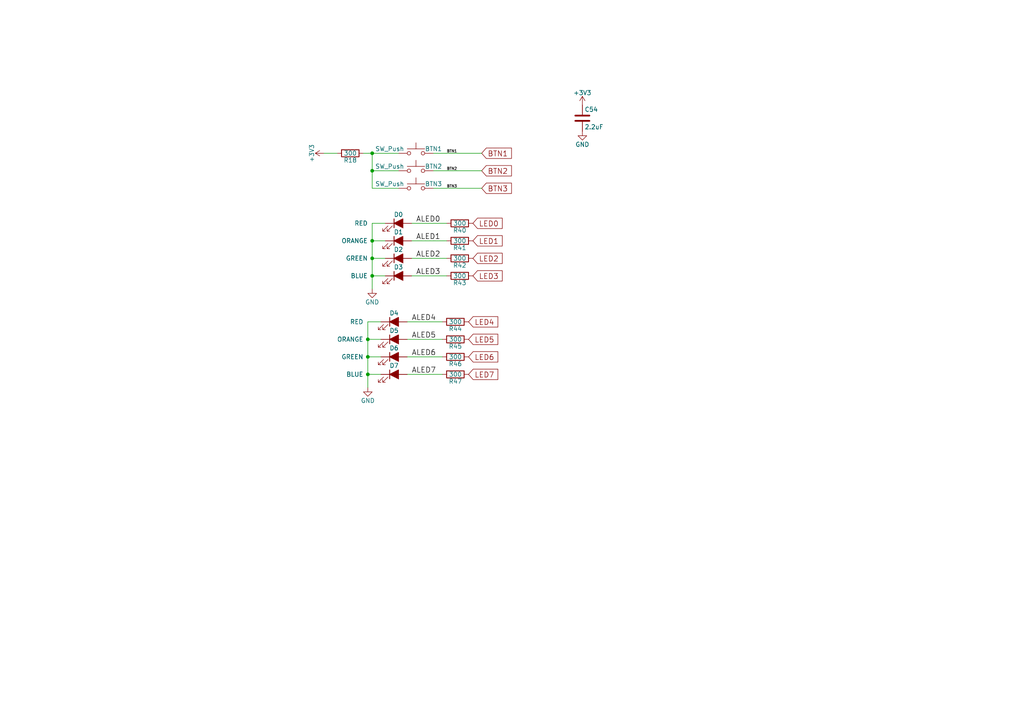
<source format=kicad_sch>
(kicad_sch (version 20231120) (generator "eeschema") (generator_version "8.0")
  (paper "A4")
  (title_block (title "${project_name}") (date "2025-04-05") (rev "${project_version}") (company "${project_creator}") (comment 1 "${project_license}") (comment 2 "License: CERN-OHL-S v2"))
  (lib_symbols
    (symbol "Device:C" (pin_numbers hide) (pin_names (offset 0.254))
      (property "Reference" "C" (at 0.635 2.54 0))
      (property "Value" "C" (at 0.635 -2.54 0))
      (symbol "C_0_1"
        (polyline (pts (xy -2.032 -0.762) (xy 2.032 -0.762)) (stroke (width 0.508)))
        (polyline (pts (xy -2.032 0.762) (xy 2.032 0.762)) (stroke (width 0.508)))
      )
      (symbol "C_1_1"
        (pin passive line (at 0 3.81 270) (length 2.794) (name "~") (number "1"))
        (pin passive line (at 0 -3.81 90) (length 2.794) (name "~") (number "2"))
      )
    )
    (symbol "Device:R" (pin_numbers hide) (pin_names (offset 0))
      (property "Reference" "R" (at 2.032 0 90))
      (property "Value" "R" (at 0 0 90))
      (symbol "R_0_1"
        (rectangle (start -1.016 -2.54) (end 1.016 2.54) (stroke (width 0.254)))
      )
      (symbol "R_1_1"
        (pin passive line (at 0 3.81 270) (length 1.27) (name "~") (number "1"))
        (pin passive line (at 0 -3.81 90) (length 1.27) (name "~") (number "2"))
      )
    )
    (symbol "Switch:SW_Push" (pin_numbers hide) (pin_names (offset 1.016) hide)
      (property "Reference" "SW" (at 1.27 2.54 0))
      (property "Value" "SW_Push" (at 0 -1.524 0))
      (symbol "SW_Push_0_1"
        (circle (center -2.032 0) (radius 0.508))
        (polyline (pts (xy 0 1.27) (xy 0 3.048)))
        (polyline (pts (xy 2.54 1.27) (xy -2.54 1.27)))
        (circle (center 2.032 0) (radius 0.508))
        (pin passive line (at -5.08 0 0) (length 2.54) (name "1") (number "1"))
        (pin passive line (at 5.08 0 180) (length 2.54) (name "2") (number "2"))
      )
    )
    (symbol "ulx4m-rescue:+3V3-power" (power) (pin_names (offset 0))
      (property "Value" "power_+3V3" (at 0 3.556 0))
      (symbol "+3V3-power_0_1"
        (polyline (pts (xy -0.762 1.27) (xy 0 2.54)))
        (polyline (pts (xy 0 0) (xy 0 2.54)))
        (polyline (pts (xy 0 2.54) (xy 0.762 1.27)))
      )
      (symbol "+3V3-power_1_1"
        (pin power_in line (at 0 0 90) (length 0) hide (name "+3V3") (number "1"))
      )
    )
    (symbol "ulx4m-rescue:GND-power" (power) (pin_names (offset 0))
      (property "Value" "power_GND" (at 0 -3.81 0))
      (symbol "GND-power_0_1"
        (polyline (pts (xy 0 0) (xy 0 -1.27) (xy 1.27 -1.27) (xy 0 -2.54) (xy -1.27 -1.27) (xy 0 -1.27)))
      )
      (symbol "GND-power_1_1"
        (pin power_in line (at 0 0 270) (length 0) hide (name "GND") (number "1"))
      )
    )
    (symbol "ulx4m-rescue:LED_ALT-Device" (pin_numbers hide) (pin_names (offset 1.016) hide)
      (property "Reference" "D" (at 0 2.54 0))
      (property "Value" "Device_LED_ALT" (at 0 -2.54 0))
      (symbol "LED_ALT-Device_0_1"
        (polyline (pts (xy -1.27 -1.27) (xy -1.27 1.27)) (stroke (width 0.254)))
        (polyline (pts (xy -1.27 0) (xy 1.27 0)))
        (polyline (pts (xy 1.27 -1.27) (xy 1.27 1.27) (xy -1.27 0) (xy 1.27 -1.27)) (stroke (width 0.254)) (fill (type outline)))
        (polyline (pts (xy -3.048 -0.762) (xy -4.572 -2.286) (xy -3.81 -2.286) (xy -4.572 -2.286) (xy -4.572 -1.524)))
        (polyline (pts (xy -1.778 -0.762) (xy -3.302 -2.286) (xy -2.54 -2.286) (xy -3.302 -2.286) (xy -3.302 -1.524)))
      )
      (symbol "LED_ALT-Device_1_1"
        (pin passive line (at -3.81 0 0) (length 2.54) (name "K") (number "1"))
        (pin passive line (at 3.81 0 180) (length 2.54) (name "A") (number "2"))
      )
    )
  )
  (junction (at 106.68 98.425))
  (junction (at 107.95 74.93))
  (junction (at 107.95 44.45))
  (junction (at 107.95 49.53))
  (junction (at 106.68 108.585))
  (junction (at 107.95 80.01))
  (junction (at 107.95 69.85))
  (junction (at 106.68 103.505))
  (wire (pts (xy 105.41 44.45) (xy 107.95 44.45)))
  (wire (pts (xy 115.57 54.61) (xy 107.95 54.61)))
  (wire (pts (xy 107.95 44.45) (xy 115.57 44.45)))
  (wire (pts (xy 118.11 108.585) (xy 128.27 108.585)))
  (wire (pts (xy 107.95 64.77) (xy 107.95 69.85)))
  (wire (pts (xy 107.95 74.93) (xy 107.95 80.01)))
  (wire (pts (xy 118.11 93.345) (xy 128.27 93.345)))
  (wire (pts (xy 106.68 103.505) (xy 106.68 108.585)))
  (wire (pts (xy 107.95 80.01) (xy 107.95 83.82)))
  (wire (pts (xy 107.95 44.45) (xy 107.95 49.53)))
  (wire (pts (xy 107.95 69.85) (xy 107.95 74.93)))
  (wire (pts (xy 125.73 49.53) (xy 139.7 49.53)))
  (wire (pts (xy 93.98 44.45) (xy 97.79 44.45)))
  (wire (pts (xy 106.68 93.345) (xy 106.68 98.425)))
  (wire (pts (xy 125.73 54.61) (xy 139.7 54.61)))
  (wire (pts (xy 111.76 64.77) (xy 107.95 64.77)))
  (wire (pts (xy 110.49 108.585) (xy 106.68 108.585)))
  (wire (pts (xy 119.38 64.77) (xy 129.54 64.77)))
  (wire (pts (xy 107.95 54.61) (xy 107.95 49.53)))
  (wire (pts (xy 118.11 103.505) (xy 128.27 103.505)))
  (wire (pts (xy 111.76 69.85) (xy 107.95 69.85)))
  (wire (pts (xy 110.49 103.505) (xy 106.68 103.505)))
  (wire (pts (xy 119.38 74.93) (xy 129.54 74.93)))
  (wire (pts (xy 111.76 80.01) (xy 107.95 80.01)))
  (wire (pts (xy 111.76 74.93) (xy 107.95 74.93)))
  (wire (pts (xy 106.68 108.585) (xy 106.68 112.395)))
  (wire (pts (xy 119.38 80.01) (xy 129.54 80.01)))
  (wire (pts (xy 107.95 49.53) (xy 115.57 49.53)))
  (wire (pts (xy 106.68 98.425) (xy 106.68 103.505)))
  (wire (pts (xy 118.11 98.425) (xy 128.27 98.425)))
  (wire (pts (xy 110.49 98.425) (xy 106.68 98.425)))
  (wire (pts (xy 110.49 93.345) (xy 106.68 93.345)))
  (wire (pts (xy 125.73 44.45) (xy 139.7 44.45)))
  (wire (pts (xy 119.38 69.85) (xy 129.54 69.85)))
  (label "ALED2" (at 120.65 74.93 0) (effects (font (size 1.524 1.524))))
  (label "ALED5" (at 119.38 98.425 0) (effects (font (size 1.524 1.524))))
  (label "BTN2" (at 129.54 49.53 0) (effects (font (size 0.762 0.762))))
  (label "ALED1" (at 120.65 69.85 0) (effects (font (size 1.524 1.524))))
  (label "ALED3" (at 120.65 80.01 0) (effects (font (size 1.524 1.524))))
  (label "ALED4" (at 119.38 93.345 0) (effects (font (size 1.524 1.524))))
  (label "BTN1" (at 129.54 44.45 0) (effects (font (size 0.762 0.762))))
  (label "ALED7" (at 119.38 108.585 0) (effects (font (size 1.524 1.524))))
  (label "BTN3" (at 129.54 54.61 0) (effects (font (size 0.762 0.762))))
  (label "ALED6" (at 119.38 103.505 0) (effects (font (size 1.524 1.524))))
  (label "ALED0" (at 120.65 64.77 0) (effects (font (size 1.524 1.524))))
  (global_label "LED7" (shape input) (at 135.89 108.585 0) (effects (font (size 1.524 1.524))) (property "Intersheetrefs" "${INTERSHEET_REFS}" (effects (hide yes))))
  (global_label "BTN1" (shape input) (at 139.7 44.45 0) (effects (font (size 1.524 1.524))) (property "Intersheetrefs" "${INTERSHEET_REFS}" (effects (hide yes))))
  (global_label "LED3" (shape input) (at 137.16 80.01 0) (effects (font (size 1.524 1.524))) (property "Intersheetrefs" "${INTERSHEET_REFS}" (effects (hide yes))))
  (global_label "LED0" (shape input) (at 137.16 64.77 0) (effects (font (size 1.524 1.524))) (property "Intersheetrefs" "${INTERSHEET_REFS}" (effects (hide yes))))
  (global_label "LED2" (shape input) (at 137.16 74.93 0) (effects (font (size 1.524 1.524))) (property "Intersheetrefs" "${INTERSHEET_REFS}" (effects (hide yes))))
  (global_label "LED1" (shape input) (at 137.16 69.85 0) (effects (font (size 1.524 1.524))) (property "Intersheetrefs" "${INTERSHEET_REFS}" (effects (hide yes))))
  (global_label "LED5" (shape input) (at 135.89 98.425 0) (effects (font (size 1.524 1.524))) (property "Intersheetrefs" "${INTERSHEET_REFS}" (effects (hide yes))))
  (global_label "LED4" (shape input) (at 135.89 93.345 0) (effects (font (size 1.524 1.524))) (property "Intersheetrefs" "${INTERSHEET_REFS}" (effects (hide yes))))
  (global_label "LED6" (shape input) (at 135.89 103.505 0) (effects (font (size 1.524 1.524))) (property "Intersheetrefs" "${INTERSHEET_REFS}" (effects (hide yes))))
  (global_label "BTN2" (shape input) (at 139.7 49.53 0) (effects (font (size 1.524 1.524))) (property "Intersheetrefs" "${INTERSHEET_REFS}" (effects (hide yes))))
  (global_label "BTN3" (shape input) (at 139.7 54.61 0) (effects (font (size 1.524 1.524))) (property "Intersheetrefs" "${INTERSHEET_REFS}" (effects (hide yes))))
  (symbol (lib_id "ulx4m-rescue:GND-power") (at 107.95 83.82 0) (unit 1)
    (property "Reference" "#PWR083" (effects (hide yes)))
    (property "Value" "GND" (at 107.95 87.63 0))
  )
  (symbol (lib_id "Device:R") (at 133.35 64.77 270) (unit 1)
    (property "Reference" "R40" (at 133.35 66.802 90))
    (property "Value" "300" (at 133.35 64.77 90))
    (property "Footprint" "Resistor_SMD:R_0402_1005Metric" (effects (hide yes)))
  )
  (symbol (lib_id "Device:R") (at 133.35 69.85 270) (unit 1)
    (property "Reference" "R41" (at 133.35 71.882 90))
    (property "Value" "300" (at 133.35 69.85 90))
    (property "Footprint" "Resistor_SMD:R_0402_1005Metric" (effects (hide yes)))
  )
  (symbol (lib_id "Device:R") (at 133.35 74.93 270) (unit 1)
    (property "Reference" "R42" (at 133.35 76.962 90))
    (property "Value" "300" (at 133.35 74.93 90))
    (property "Footprint" "Resistor_SMD:R_0402_1005Metric" (effects (hide yes)))
  )
  (symbol (lib_id "Device:R") (at 133.35 80.01 270) (unit 1)
    (property "Reference" "R43" (at 133.35 82.042 90))
    (property "Value" "300" (at 133.35 80.01 90))
    (property "Footprint" "Resistor_SMD:R_0402_1005Metric" (effects (hide yes)))
  )
  (symbol (lib_id "ulx4m-rescue:LED_ALT-Device") (at 115.57 80.01 0) (unit 1)
    (property "Reference" "D3" (at 115.57 77.47 0))
    (property "Value" "BLUE" (at 106.68 80.01 0) (effects (justify right)))
    (property "Footprint" "LED_SMD:LED_0603_1608Metric" (effects (hide yes)))
    (property "Datasheet" "http://optoelectronics.liteon.com/upload/download/DS-22-99-0226/LTST-C170TBKT.pdf" (effects (hide yes)))
    (property "MNF1_URL" "www.liteon.com" (effects (hide yes)))
    (property "MPN" "LTST-C170TBKT" (effects (hide yes)))
    (property "Datasheet2" "http://optoelectronics.liteon.com/upload/download/ds22-2000-233/ltst-c171tbkt(0630).pdf" (effects (hide yes)))
    (property "MP_N2" "LTST-C171TBKT" (effects (hide yes)))
    (property "Datasheet3" "https://www.rohm.com/datasheet/SML-M13UT" (effects (hide yes)))
    (property "MP_N3" "SMLMN2BCTT86C" (effects (hide yes)))
    (property "Mouser" "859-LTST-C170TBKT" (effects (hide yes)))
    (property "Mouse_r1" "593-LSM0805463V" (effects (hide yes)))
    (property "Mouse_r2" "755-SMLMN2BCTT86C" (effects (hide yes)))
    (property "Mouse_r3" "859-LTST-C171TBKT" (effects (hide yes)))
    (property "Digikey" "160-1579-1-ND" (effects (hide yes)))
    (property "Newark" "94T2911" (effects (hide yes)))
    (property "Newar_k2" "19J8850" (effects (hide yes)))
    (property "LCSC" "C375453" (effects (hide yes)))
    (property "price300_LCSC" "0.02930$" (effects (hide yes)))
    (property "LowCost" "LTST-C170KRKT" (effects (hide yes)))
    (property "Koncar" "FV004" (effects (hide yes)))
    (property "Side" "T" (effects (hide yes)))
  )
  (symbol (lib_id "ulx4m-rescue:LED_ALT-Device") (at 115.57 74.93 0) (unit 1)
    (property "Reference" "D2" (at 115.57 72.39 0))
    (property "Value" "GREEN" (at 106.68 74.93 0) (effects (justify right)))
    (property "Footprint" "LED_SMD:LED_0603_1608Metric" (effects (hide yes)))
    (property "Datasheet" "http://optoelectronics.liteon.com/upload/download/DS22-2000-073/LTST-C170KGKT.pdf" (effects (hide yes)))
    (property "MNF1_URL" "www.liteon.com" (effects (hide yes)))
    (property "MPN" "LTST-C170TGKT" (effects (hide yes)))
    (property "Mouser" "859-LTST-C170TGKT" (effects (hide yes)))
    (property "Digikey" "160-1887-1-ND" (effects (hide yes)))
    (property "Newark" "75R0588" (effects (hide yes)))
    (property "LCSC" "C364562" (effects (hide yes)))
    (property "TME" "LTST-C170TGKT" (effects (hide yes)))
    (property "price300_TME" "0.0789$" (effects (hide yes)))
    (property "LowCost" "LTST-C170KRKT" (effects (hide yes)))
    (property "Koncar" "FV005" (effects (hide yes)))
    (property "Side" "T" (effects (hide yes)))
  )
  (symbol (lib_id "ulx4m-rescue:LED_ALT-Device") (at 115.57 64.77 0) (unit 1)
    (property "Reference" "D0" (at 115.57 62.23 0))
    (property "Value" "RED" (at 106.68 64.77 0) (effects (justify right)))
    (property "Footprint" "LED_SMD:LED_0603_1608Metric" (effects (hide yes)))
    (property "Datasheet" "https://optoelectronics.liteon.com/upload/download/DS-22-99-0150/LTST-C170KRKT.pdf" (effects (hide yes)))
    (property "MNF1_URL" "www.liteon.com" (effects (hide yes)))
    (property "MPN" "LTST-C170KRKT" (effects (hide yes)))
    (property "Mouser" "859-LTST-C170KRKT" (effects (hide yes)))
    (property "Mouse_r1" "859-LTST-C171KRKT" (effects (hide yes)))
    (property "Mouse_r2" "743-IN-S85ATR" (effects (hide yes)))
    (property "Mouse_r3" "645-598-8110-107F" (effects (hide yes)))
    (property "Digikey" "160-1415-1-ND" (effects (hide yes)))
    (property "Newark" "75R0581" (effects (hide yes)))
    (property "Newar_k2" "61AC0090" (effects (hide yes)))
    (property "LCSC" "C94868" (effects (hide yes)))
    (property "price400_LCSC" "0.0195$" (effects (hide yes)))
    (property "Koncar" "FV007" (effects (hide yes)))
    (property "Side" "TB" (effects (hide yes)))
  )
  (symbol (lib_id "ulx4m-rescue:LED_ALT-Device") (at 115.57 69.85 0) (unit 1)
    (property "Reference" "D1" (at 115.57 67.31 0))
    (property "Value" "ORANGE" (at 106.68 69.85 0) (effects (justify right)))
    (property "Footprint" "LED_SMD:LED_0603_1608Metric" (effects (hide yes)))
    (property "Datasheet" "https://optoelectronics.liteon.com/upload/download/DS-22-99-0185/LTST-C170KFKT.pdf" (effects (hide yes)))
    (property "MNF1_URL" "www.liteon.com" (effects (hide yes)))
    (property "MPN" "LTST-C170KFKT" (effects (hide yes)))
    (property "Mouser" "859-LTST-C170KFKT" (effects (hide yes)))
    (property "Mouse_r1" "859-LTST-C171KFKT" (effects (hide yes)))
    (property "Mouse_r3" "645-598-8130-107F" (effects (hide yes)))
    (property "Digikey" "160-1413-1-ND" (effects (hide yes)))
    (property "Newark" "75R0583" (effects (hide yes)))
    (property "Newar_k2" "61AC0088" (effects (hide yes)))
    (property "LCSC" "C284931" (effects (hide yes)))
    (property "price200_LCSC" "0.02075$" (effects (hide yes)))
    (property "LowCost" "LTST-C170KRKT" (effects (hide yes)))
    (property "Koncar" "FV006" (effects (hide yes)))
    (property "Side" "T" (effects (hide yes)))
  )
  (symbol (lib_id "Device:C") (at 168.91 34.29 0) (unit 1)
    (property "Reference" "C54" (at 169.545 31.75 0) (effects (justify left)))
    (property "Value" "2.2uF" (at 169.545 36.83 0) (effects (justify left)))
    (property "Footprint" "Capacitor_SMD:C_0603_1608Metric" (effects (hide yes)))
    (property "MNF1_URL" "www.yageo.com" (effects (hide yes)))
    (property "MPN" "CC0805MRX5R6BB225" (effects (hide yes)))
  )
  (symbol (lib_id "ulx4m-rescue:+3V3-power") (at 168.91 30.48 0) (unit 1)
    (property "Reference" "#PWR088" (effects (hide yes)))
    (property "Value" "+3V3" (at 168.91 26.924 0))
  )
  (symbol (lib_id "ulx4m-rescue:GND-power") (at 168.91 38.1 0) (unit 1)
    (property "Reference" "#PWR089" (effects (hide yes)))
    (property "Value" "GND" (at 168.91 41.91 0))
  )
  (symbol (lib_id "Switch:SW_Push") (at 120.65 44.45 0) (unit 1)
    (property "Reference" "BTN1" (at 125.73 43.18 0))
    (property "Value" "SW_Push" (at 113.03 43.18 0))
    (property "Footprint" "Switch_EVPAA:Switch_EVPAA" (effects (hide yes)))
    (property "Datasheet" "https://www.mouser.in/datasheet/2/315/PANA_S_A0001791376_1-2560543.pdf" (effects (hide yes)))
    (property "Mouser" "https://www.mouser.in/ProductDetail/Panasonic/EVP-AA302K?qs=qvwOHSmaRMmnf4H35tvzww==" (effects (hide yes)))
    (property "DigiKey" "https://www.digikey.com/en/products/detail/panasonic-electronic-components/EVP-AA302K/2810555" (effects (hide yes)))
  )
  (symbol (lib_id "Device:R") (at 101.6 44.45 270) (unit 1)
    (property "Reference" "R18" (at 101.6 46.482 90))
    (property "Value" "300" (at 101.6 44.45 90))
    (property "Footprint" "Resistor_SMD:R_0402_1005Metric" (effects (hide yes)))
  )
  (symbol (lib_id "ulx4m-rescue:+3V3-power") (at 93.98 44.45 90) (unit 1)
    (property "Reference" "#PWR0112" (effects (hide yes)))
    (property "Value" "+3V3" (at 90.424 44.45 0))
  )
  (symbol (lib_id "Switch:SW_Push") (at 120.65 49.53 0) (unit 1)
    (property "Reference" "BTN2" (at 125.73 48.26 0))
    (property "Value" "SW_Push" (at 113.03 48.26 0))
    (property "Footprint" "Switch_EVPAA:Switch_EVPAA" (effects (hide yes)))
    (property "Datasheet" "https://www.mouser.in/datasheet/2/315/PANA_S_A0001791376_1-2560543.pdf" (effects (hide yes)))
    (property "Mouser" "https://www.mouser.in/ProductDetail/Panasonic/EVP-AA302K?qs=qvwOHSmaRMmnf4H35tvzww==" (effects (hide yes)))
    (property "DigiKey" "https://www.digikey.com/en/products/detail/panasonic-electronic-components/EVP-AA302K/2810555" (effects (hide yes)))
  )
  (symbol (lib_id "Device:R") (at 132.08 93.345 270) (unit 1)
    (property "Reference" "R44" (at 132.08 95.377 90))
    (property "Value" "300" (at 132.08 93.345 90))
    (property "Footprint" "Resistor_SMD:R_0402_1005Metric" (effects (hide yes)))
  )
  (symbol (lib_id "Device:R") (at 132.08 98.425 270) (unit 1)
    (property "Reference" "R45" (at 132.08 100.457 90))
    (property "Value" "300" (at 132.08 98.425 90))
    (property "Footprint" "Resistor_SMD:R_0402_1005Metric" (effects (hide yes)))
  )
  (symbol (lib_id "Device:R") (at 132.08 103.505 270) (unit 1)
    (property "Reference" "R46" (at 132.08 105.537 90))
    (property "Value" "300" (at 132.08 103.505 90))
    (property "Footprint" "Resistor_SMD:R_0402_1005Metric" (effects (hide yes)))
  )
  (symbol (lib_id "Device:R") (at 132.08 108.585 270) (unit 1)
    (property "Reference" "R47" (at 132.08 110.617 90))
    (property "Value" "300" (at 132.08 108.585 90))
    (property "Footprint" "Resistor_SMD:R_0402_1005Metric" (effects (hide yes)))
  )
  (symbol (lib_id "ulx4m-rescue:LED_ALT-Device") (at 114.3 108.585 0) (unit 1)
    (property "Reference" "D7" (at 114.3 106.045 0))
    (property "Value" "BLUE" (at 105.41 108.585 0) (effects (justify right)))
    (property "Footprint" "LED_SMD:LED_0603_1608Metric" (effects (hide yes)))
    (property "Datasheet" "http://optoelectronics.liteon.com/upload/download/DS-22-99-0226/LTST-C170TBKT.pdf" (effects (hide yes)))
    (property "MNF1_URL" "www.liteon.com" (effects (hide yes)))
    (property "MPN" "LTST-C170TBKT" (effects (hide yes)))
    (property "Datasheet2" "http://optoelectronics.liteon.com/upload/download/ds22-2000-233/ltst-c171tbkt(0630).pdf" (effects (hide yes)))
    (property "MP_N2" "LTST-C171TBKT" (effects (hide yes)))
    (property "Datasheet3" "https://www.rohm.com/datasheet/SML-M13UT" (effects (hide yes)))
    (property "MP_N3" "SMLMN2BCTT86C" (effects (hide yes)))
    (property "Mouser" "859-LTST-C170TBKT" (effects (hide yes)))
    (property "Mouse_r1" "593-LSM0805463V" (effects (hide yes)))
    (property "Mouse_r2" "755-SMLMN2BCTT86C" (effects (hide yes)))
    (property "Mouse_r3" "859-LTST-C171TBKT" (effects (hide yes)))
    (property "Digikey" "160-1579-1-ND" (effects (hide yes)))
    (property "Newark" "94T2911" (effects (hide yes)))
    (property "Newar_k2" "19J8850" (effects (hide yes)))
    (property "LCSC" "C375453" (effects (hide yes)))
    (property "price300_LCSC" "0.02930$" (effects (hide yes)))
    (property "LowCost" "LTST-C170KRKT" (effects (hide yes)))
    (property "Koncar" "FV004" (effects (hide yes)))
    (property "Side" "T" (effects (hide yes)))
  )
  (symbol (lib_id "ulx4m-rescue:LED_ALT-Device") (at 114.3 103.505 0) (unit 1)
    (property "Reference" "D6" (at 114.3 100.965 0))
    (property "Value" "GREEN" (at 105.41 103.505 0) (effects (justify right)))
    (property "Footprint" "LED_SMD:LED_0603_1608Metric" (effects (hide yes)))
    (property "Datasheet" "http://optoelectronics.liteon.com/upload/download/DS22-2000-073/LTST-C170KGKT.pdf" (effects (hide yes)))
    (property "MNF1_URL" "www.liteon.com" (effects (hide yes)))
    (property "MPN" "LTST-C170TGKT" (effects (hide yes)))
    (property "Mouser" "859-LTST-C170TGKT" (effects (hide yes)))
    (property "Digikey" "160-1887-1-ND" (effects (hide yes)))
    (property "Newark" "75R0588" (effects (hide yes)))
    (property "LCSC" "C364562" (effects (hide yes)))
    (property "TME" "LTST-C170TGKT" (effects (hide yes)))
    (property "price300_TME" "0.0789$" (effects (hide yes)))
    (property "LowCost" "LTST-C170KRKT" (effects (hide yes)))
    (property "Koncar" "FV005" (effects (hide yes)))
    (property "Side" "T" (effects (hide yes)))
  )
  (symbol (lib_id "ulx4m-rescue:LED_ALT-Device") (at 114.3 93.345 0) (unit 1)
    (property "Reference" "D4" (at 114.3 90.805 0))
    (property "Value" "RED" (at 105.41 93.345 0) (effects (justify right)))
    (property "Footprint" "LED_SMD:LED_0603_1608Metric" (effects (hide yes)))
    (property "Datasheet" "https://optoelectronics.liteon.com/upload/download/DS-22-99-0150/LTST-C170KRKT.pdf" (effects (hide yes)))
    (property "MNF1_URL" "www.liteon.com" (effects (hide yes)))
    (property "MPN" "LTST-C170KRKT" (effects (hide yes)))
    (property "Mouser" "859-LTST-C170KRKT" (effects (hide yes)))
    (property "Mouse_r1" "859-LTST-C171KRKT" (effects (hide yes)))
    (property "Mouse_r2" "743-IN-S85ATR" (effects (hide yes)))
    (property "Mouse_r3" "645-598-8110-107F" (effects (hide yes)))
    (property "Digikey" "160-1415-1-ND" (effects (hide yes)))
    (property "Newark" "75R0581" (effects (hide yes)))
    (property "Newar_k2" "61AC0090" (effects (hide yes)))
    (property "LCSC" "C94868" (effects (hide yes)))
    (property "price400_LCSC" "0.0195$" (effects (hide yes)))
    (property "Koncar" "FV007" (effects (hide yes)))
    (property "Side" "TB" (effects (hide yes)))
  )
  (symbol (lib_id "ulx4m-rescue:LED_ALT-Device") (at 114.3 98.425 0) (unit 1)
    (property "Reference" "D5" (at 114.3 95.885 0))
    (property "Value" "ORANGE" (at 105.41 98.425 0) (effects (justify right)))
    (property "Footprint" "LED_SMD:LED_0603_1608Metric" (effects (hide yes)))
    (property "Datasheet" "https://optoelectronics.liteon.com/upload/download/DS-22-99-0185/LTST-C170KFKT.pdf" (effects (hide yes)))
    (property "MNF1_URL" "www.liteon.com" (effects (hide yes)))
    (property "MPN" "LTST-C170KFKT" (effects (hide yes)))
    (property "Mouser" "859-LTST-C170KFKT" (effects (hide yes)))
    (property "Mouse_r1" "859-LTST-C171KFKT" (effects (hide yes)))
    (property "Mouse_r3" "645-598-8130-107F" (effects (hide yes)))
    (property "Digikey" "160-1413-1-ND" (effects (hide yes)))
    (property "Newark" "75R0583" (effects (hide yes)))
    (property "Newar_k2" "61AC0088" (effects (hide yes)))
    (property "LCSC" "C284931" (effects (hide yes)))
    (property "price200_LCSC" "0.02075$" (effects (hide yes)))
    (property "LowCost" "LTST-C170KRKT" (effects (hide yes)))
    (property "Koncar" "FV006" (effects (hide yes)))
    (property "Side" "T" (effects (hide yes)))
  )
  (symbol (lib_id "ulx4m-rescue:GND-power") (at 106.68 112.395 0) (unit 1)
    (property "Reference" "#PWR019" (effects (hide yes)))
    (property "Value" "GND" (at 106.68 116.205 0))
  )
  (symbol (lib_id "Switch:SW_Push") (at 120.65 54.61 0) (unit 1)
    (property "Reference" "BTN3" (at 125.73 53.34 0))
    (property "Value" "SW_Push" (at 113.03 53.34 0))
    (property "Footprint" "Switch_EVPAA:Switch_EVPAA" (effects (hide yes)))
    (property "Datasheet" "https://www.mouser.in/datasheet/2/315/PANA_S_A0001791376_1-2560543.pdf" (effects (hide yes)))
    (property "Mouser" "https://www.mouser.in/ProductDetail/Panasonic/EVP-AA302K?qs=qvwOHSmaRMmnf4H35tvzww==" (effects (hide yes)))
    (property "DigiKey" "https://www.digikey.com/en/products/detail/panasonic-electronic-components/EVP-AA302K/2810555" (effects (hide yes)))
  )
)
</source>
